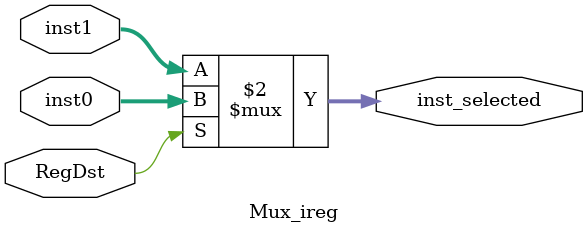
<source format=v>
module Mux_ireg(inst0, inst1, RegDst, inst_selected);
	input [4:0] inst0, inst1;
	input RegDst; // <= vem da Control
	output reg [4:0] inst_selected;

	always @ (inst0 or inst1 or RegDst) begin
		inst_selected = (RegDst) ? inst0 : inst1;	
	end

endmodule
</source>
